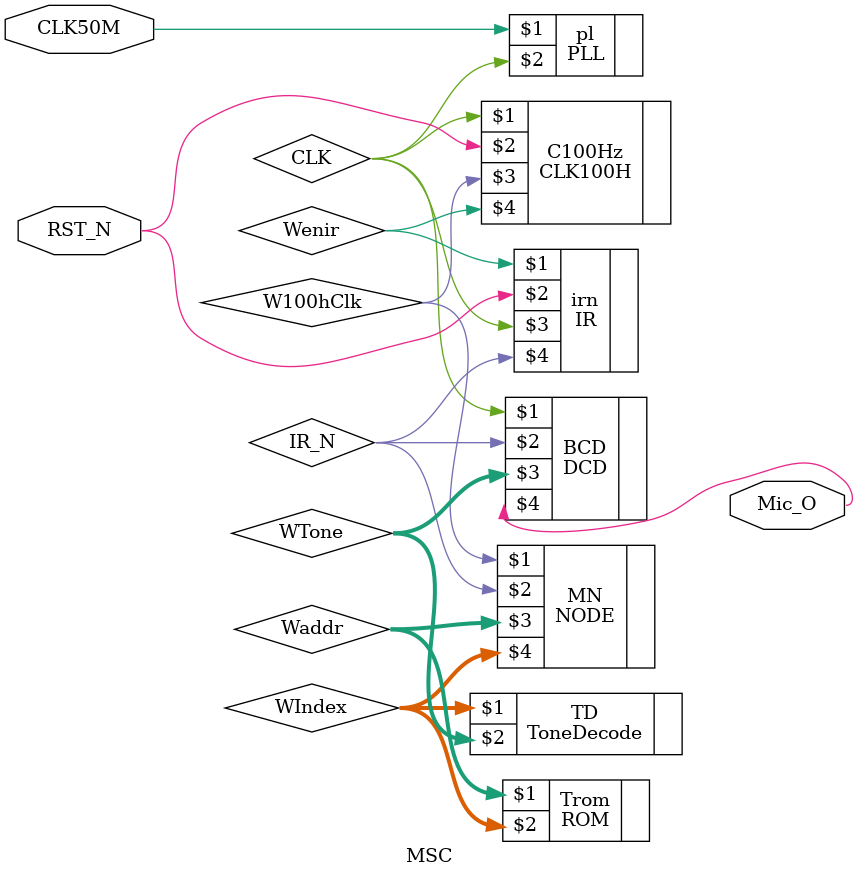
<source format=v>

module MSC(CLK50M,RST_N,Mic_O);  //For FPGA
input CLK50M, RST_N;     //For FPAG
output Mic_O;


wire[12:0] WTone;
wire[6:0] Waddr;
wire[3:0] WIndex;
wire W100hClk,CLK;   
wire Wenir;
wire IR_N;

PLL pl(CLK50M,CLK);     //该模块为锁相环模块，使用IP生产。
CLK100H C100Hz(CLK,RST_N,W100hClk,Wenir);      //实例化4HzCLK分频器；
IR irn(Wenir,RST_N,CLK,IR_N);
NODE MN(W100hClk,IR_N,Waddr,WIndex);		  //实例化地址产生器；
ROM Trom(Waddr,WIndex);			     
ToneDecode TD(WIndex,WTone);		  //实例化音符译码器
DCD BCD(CLK,IR_N,WTone,Mic_O);    //实例化数控电路和二分频电路
endmodule
 
</source>
